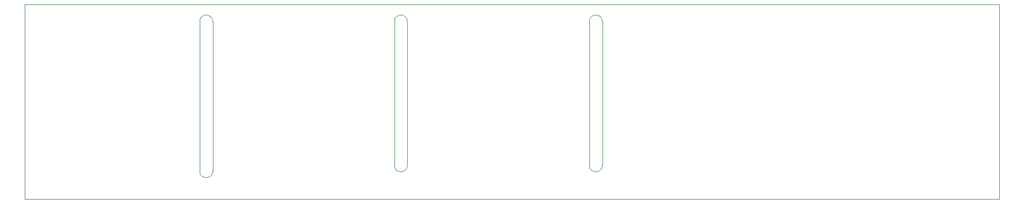
<source format=gm1>
%TF.GenerationSoftware,KiCad,Pcbnew,9.0.0+dfsg-1*%
%TF.CreationDate,2025-03-19T00:42:50+01:00*%
%TF.ProjectId,control-matrix-8,636f6e74-726f-46c2-9d6d-61747269782d,1.0*%
%TF.SameCoordinates,Original*%
%TF.FileFunction,Profile,NP*%
%FSLAX46Y46*%
G04 Gerber Fmt 4.6, Leading zero omitted, Abs format (unit mm)*
G04 Created by KiCad (PCBNEW 9.0.0+dfsg-1) date 2025-03-19 00:42:50*
%MOMM*%
%LPD*%
G01*
G04 APERTURE LIST*
%TA.AperFunction,Profile*%
%ADD10C,0.050000*%
%TD*%
G04 APERTURE END LIST*
D10*
X86950000Y-82600000D02*
G75*
G02*
X88950000Y-82600000I1000000J0D01*
G01*
X146900000Y-82600000D02*
G75*
G02*
X148900000Y-82600000I1000000J0D01*
G01*
X116900000Y-104800000D02*
X116900000Y-82600000D01*
X148900000Y-82600000D02*
X148900000Y-104800000D01*
X148900000Y-104800000D02*
G75*
G02*
X146900000Y-104800000I-1000000J0D01*
G01*
X88950000Y-82600000D02*
X88950000Y-105700000D01*
X116900000Y-82600000D02*
G75*
G02*
X118900000Y-82600000I1000000J0D01*
G01*
X88950000Y-105700000D02*
G75*
G02*
X86950000Y-105700000I-1000000J0D01*
G01*
X118900000Y-82600000D02*
X118900000Y-104800000D01*
X146900000Y-104800000D02*
X146900000Y-82600000D01*
X86950000Y-105700000D02*
X86950000Y-82600000D01*
X60000000Y-80000000D02*
X210000000Y-80000000D01*
X210000000Y-110000000D01*
X60000000Y-110000000D01*
X60000000Y-80000000D01*
X118900000Y-104800000D02*
G75*
G02*
X116900000Y-104800000I-1000000J0D01*
G01*
M02*

</source>
